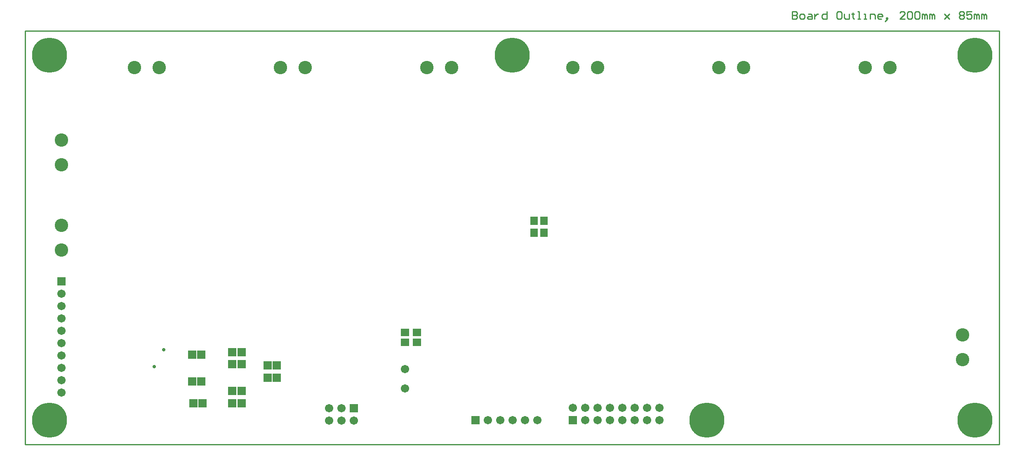
<source format=gbs>
%FSLAX44Y44*%
%MOMM*%
G71*
G01*
G75*
G04 Layer_Color=16711935*
%ADD10R,1.6000X1.5000*%
%ADD11R,1.5000X1.4000*%
%ADD12R,1.4000X1.5000*%
%ADD13R,0.6500X1.1000*%
%ADD14R,1.5000X1.6000*%
%ADD15R,1.1000X0.6500*%
%ADD16R,0.9500X3.2000*%
%ADD17R,10.5000X8.3000*%
%ADD18R,1.8000X3.5000*%
%ADD19R,1.9000X1.5000*%
%ADD20O,0.4000X2.2500*%
%ADD21R,0.9000X0.6500*%
%ADD22O,1.7000X0.3500*%
%ADD23O,0.5500X1.7500*%
%ADD24O,1.7500X0.5500*%
%ADD25R,2.5000X3.8500*%
%ADD26R,1.5000X2.8000*%
%ADD27R,1.0000X3.0500*%
%ADD28R,5.5500X6.5000*%
%ADD29R,2.1000X5.6000*%
%ADD30R,2.1000X1.4000*%
%ADD31C,0.2000*%
%ADD32C,1.5000*%
%ADD33C,0.8000*%
%ADD34C,1.2000*%
%ADD35C,0.7500*%
%ADD36C,1.0000*%
%ADD37C,0.2540*%
%ADD38R,1.5000X1.5000*%
%ADD39C,1.5000*%
%ADD40R,1.5000X1.5000*%
%ADD41C,1.0000*%
%ADD42C,7.0000*%
%ADD43C,2.5400*%
%ADD44C,0.5000*%
%ADD45C,0.9000*%
%ADD46C,1.0160*%
%ADD47C,1.9160*%
G04:AMPARAMS|DCode=48|XSize=2.424mm|YSize=2.424mm|CornerRadius=0mm|HoleSize=0mm|Usage=FLASHONLY|Rotation=0.000|XOffset=0mm|YOffset=0mm|HoleType=Round|Shape=Relief|Width=0.254mm|Gap=0.254mm|Entries=4|*
%AMTHD48*
7,0,0,2.4240,1.9160,0.2540,45*
%
%ADD48THD48*%
%ADD49C,1.3160*%
%ADD50C,4.5160*%
%ADD51C,2.5160*%
G04:AMPARAMS|DCode=52|XSize=3.024mm|YSize=3.024mm|CornerRadius=0mm|HoleSize=0mm|Usage=FLASHONLY|Rotation=0.000|XOffset=0mm|YOffset=0mm|HoleType=Round|Shape=Relief|Width=0.254mm|Gap=0.254mm|Entries=4|*
%AMTHD52*
7,0,0,3.0240,2.5160,0.2540,45*
%
%ADD52THD52*%
%ADD53C,1.2160*%
%ADD54C,1.5160*%
%ADD55C,0.2500*%
%ADD56C,0.6000*%
%ADD57C,0.3810*%
%ADD58C,0.2032*%
%ADD59R,1.8032X1.7032*%
%ADD60R,1.7032X1.6032*%
%ADD61R,1.6032X1.7032*%
%ADD62R,0.8532X1.3032*%
%ADD63R,1.7032X1.8032*%
%ADD64R,1.3032X0.8532*%
%ADD65R,1.1532X3.4032*%
%ADD66R,10.7032X8.5032*%
%ADD67R,2.0032X3.7032*%
%ADD68R,2.1032X1.7032*%
%ADD69O,0.6032X2.4532*%
%ADD70R,1.1032X0.8532*%
%ADD71O,1.9032X0.5532*%
%ADD72O,0.7532X1.9532*%
%ADD73O,1.9532X0.7532*%
%ADD74R,2.7032X4.0532*%
%ADD75R,1.7032X3.0032*%
%ADD76R,1.2032X3.2532*%
%ADD77R,5.7532X6.7032*%
%ADD78R,2.3032X5.8032*%
%ADD79R,2.3032X1.6032*%
%ADD80R,1.7032X1.7032*%
%ADD81C,1.7032*%
%ADD82R,1.7032X1.7032*%
%ADD83C,1.2032*%
%ADD84C,7.2032*%
%ADD85C,2.7432*%
%ADD86C,0.7032*%
D37*
X1450000Y1825000D02*
Y2675000D01*
Y1825000D02*
X3450000D01*
Y2675000D01*
X1450000D02*
X3450000D01*
X3025000Y2715235D02*
Y2700000D01*
X3032617D01*
X3035157Y2702539D01*
Y2705078D01*
X3032617Y2707617D01*
X3025000D01*
X3032617D01*
X3035157Y2710157D01*
Y2712696D01*
X3032617Y2715235D01*
X3025000D01*
X3042774Y2700000D02*
X3047852D01*
X3050392Y2702539D01*
Y2707617D01*
X3047852Y2710157D01*
X3042774D01*
X3040235Y2707617D01*
Y2702539D01*
X3042774Y2700000D01*
X3058009Y2710157D02*
X3063088D01*
X3065627Y2707617D01*
Y2700000D01*
X3058009D01*
X3055470Y2702539D01*
X3058009Y2705078D01*
X3065627D01*
X3070705Y2710157D02*
Y2700000D01*
Y2705078D01*
X3073244Y2707617D01*
X3075784Y2710157D01*
X3078323D01*
X3096097Y2715235D02*
Y2700000D01*
X3088480D01*
X3085940Y2702539D01*
Y2707617D01*
X3088480Y2710157D01*
X3096097D01*
X3124028Y2715235D02*
X3118950D01*
X3116411Y2712696D01*
Y2702539D01*
X3118950Y2700000D01*
X3124028D01*
X3126567Y2702539D01*
Y2712696D01*
X3124028Y2715235D01*
X3131646Y2710157D02*
Y2702539D01*
X3134185Y2700000D01*
X3141802D01*
Y2710157D01*
X3149420Y2712696D02*
Y2710157D01*
X3146880D01*
X3151959D01*
X3149420D01*
Y2702539D01*
X3151959Y2700000D01*
X3159576D02*
X3164655D01*
X3162115D01*
Y2715235D01*
X3159576D01*
X3172272Y2700000D02*
X3177351D01*
X3174811D01*
Y2710157D01*
X3172272D01*
X3184968Y2700000D02*
Y2710157D01*
X3192586D01*
X3195125Y2707617D01*
Y2700000D01*
X3207821D02*
X3202743D01*
X3200203Y2702539D01*
Y2707617D01*
X3202743Y2710157D01*
X3207821D01*
X3210360Y2707617D01*
Y2705078D01*
X3200203D01*
X3217978Y2697461D02*
X3220517Y2700000D01*
Y2702539D01*
X3217978D01*
Y2700000D01*
X3220517D01*
X3217978Y2697461D01*
X3215439Y2694922D01*
X3256065Y2700000D02*
X3245909D01*
X3256065Y2710157D01*
Y2712696D01*
X3253526Y2715235D01*
X3248448D01*
X3245909Y2712696D01*
X3261143D02*
X3263683Y2715235D01*
X3268761D01*
X3271300Y2712696D01*
Y2702539D01*
X3268761Y2700000D01*
X3263683D01*
X3261143Y2702539D01*
Y2712696D01*
X3276379D02*
X3278918Y2715235D01*
X3283996D01*
X3286535Y2712696D01*
Y2702539D01*
X3283996Y2700000D01*
X3278918D01*
X3276379Y2702539D01*
Y2712696D01*
X3291614Y2700000D02*
Y2710157D01*
X3294153D01*
X3296692Y2707617D01*
Y2700000D01*
Y2707617D01*
X3299231Y2710157D01*
X3301771Y2707617D01*
Y2700000D01*
X3306849D02*
Y2710157D01*
X3309388D01*
X3311927Y2707617D01*
Y2700000D01*
Y2707617D01*
X3314466Y2710157D01*
X3317006Y2707617D01*
Y2700000D01*
X3337319Y2710157D02*
X3347476Y2700000D01*
X3342397Y2705078D01*
X3347476Y2710157D01*
X3337319Y2700000D01*
X3367789Y2712696D02*
X3370328Y2715235D01*
X3375406D01*
X3377946Y2712696D01*
Y2710157D01*
X3375406Y2707617D01*
X3377946Y2705078D01*
Y2702539D01*
X3375406Y2700000D01*
X3370328D01*
X3367789Y2702539D01*
Y2705078D01*
X3370328Y2707617D01*
X3367789Y2710157D01*
Y2712696D01*
X3370328Y2707617D02*
X3375406D01*
X3393181Y2715235D02*
X3383024D01*
Y2707617D01*
X3388102Y2710157D01*
X3390642D01*
X3393181Y2707617D01*
Y2702539D01*
X3390642Y2700000D01*
X3385563D01*
X3383024Y2702539D01*
X3398259Y2700000D02*
Y2710157D01*
X3400798D01*
X3403338Y2707617D01*
Y2700000D01*
Y2707617D01*
X3405877Y2710157D01*
X3408416Y2707617D01*
Y2700000D01*
X3413494D02*
Y2710157D01*
X3416034D01*
X3418573Y2707617D01*
Y2700000D01*
Y2707617D01*
X3421112Y2710157D01*
X3423651Y2707617D01*
Y2700000D01*
D60*
X2230000Y2035000D02*
D03*
Y2055000D02*
D03*
X2255000Y2035000D02*
D03*
Y2055000D02*
D03*
D61*
X2495000Y2285000D02*
D03*
X2515000D02*
D03*
Y2260000D02*
D03*
X2495000D02*
D03*
D63*
X1812000Y2010000D02*
D03*
X1793000D02*
D03*
X1875500Y1990000D02*
D03*
X1894500D02*
D03*
X1875500Y2015000D02*
D03*
X1894500D02*
D03*
X1967000Y1962500D02*
D03*
X1948000D02*
D03*
X1948000Y1987500D02*
D03*
X1967000D02*
D03*
X1812000Y1955000D02*
D03*
X1793000D02*
D03*
X1814500Y1910000D02*
D03*
X1795500D02*
D03*
X1894500D02*
D03*
X1875500D02*
D03*
X1875500Y1935000D02*
D03*
X1894500D02*
D03*
D80*
X2125000Y1900000D02*
D03*
X2375000Y1875000D02*
D03*
X2575000D02*
D03*
D81*
X2125000Y1874600D02*
D03*
X2099600Y1900000D02*
D03*
Y1874600D02*
D03*
X2074200Y1900000D02*
D03*
Y1874600D02*
D03*
X1525000Y2109200D02*
D03*
Y1931400D02*
D03*
Y1956800D02*
D03*
Y1982200D02*
D03*
Y2007600D02*
D03*
Y2033000D02*
D03*
Y2058400D02*
D03*
Y2083800D02*
D03*
Y2134600D02*
D03*
X2400400Y1875000D02*
D03*
X2425800D02*
D03*
X2451200D02*
D03*
X2476600D02*
D03*
X2502000D02*
D03*
X2575000Y1900400D02*
D03*
X2600400Y1875000D02*
D03*
Y1900400D02*
D03*
X2625800Y1875000D02*
D03*
Y1900400D02*
D03*
X2651200Y1875000D02*
D03*
Y1900400D02*
D03*
X2676600Y1875000D02*
D03*
Y1900400D02*
D03*
X2702000Y1875000D02*
D03*
Y1900400D02*
D03*
X2727400Y1875000D02*
D03*
Y1900400D02*
D03*
X2752800Y1875000D02*
D03*
Y1900400D02*
D03*
X2230000Y1980000D02*
D03*
Y1940000D02*
D03*
D82*
X1525000Y2160000D02*
D03*
D83*
X2863120Y1897730D02*
D03*
X2872733Y1888125D02*
D03*
X2863120Y1852270D02*
D03*
X2872730Y1861880D02*
D03*
X2836880Y1852270D02*
D03*
X2827270Y1861880D02*
D03*
X2836875Y1897733D02*
D03*
X2827270Y1888120D02*
D03*
X2850000Y1848750D02*
D03*
X2876250Y1875000D02*
D03*
X2850000Y1901250D02*
D03*
X2823750Y1875000D02*
D03*
X3413120Y1897730D02*
D03*
X3422733Y1888125D02*
D03*
X3413120Y1852270D02*
D03*
X3422730Y1861880D02*
D03*
X3386880Y1852270D02*
D03*
X3377270Y1861880D02*
D03*
X3386875Y1897733D02*
D03*
X3377270Y1888120D02*
D03*
X3400000Y1848750D02*
D03*
X3426250Y1875000D02*
D03*
X3400000Y1901250D02*
D03*
X3373750Y1875000D02*
D03*
X3413120Y2647730D02*
D03*
X3422733Y2638125D02*
D03*
X3413120Y2602270D02*
D03*
X3422730Y2611880D02*
D03*
X3386880Y2602270D02*
D03*
X3377270Y2611880D02*
D03*
X3386875Y2647733D02*
D03*
X3377270Y2638120D02*
D03*
X3400000Y2598750D02*
D03*
X3426250Y2625000D02*
D03*
X3400000Y2651250D02*
D03*
X3373750Y2625000D02*
D03*
X2463120Y2647730D02*
D03*
X2472733Y2638125D02*
D03*
X2463120Y2602270D02*
D03*
X2472730Y2611880D02*
D03*
X2436880Y2602270D02*
D03*
X2427270Y2611880D02*
D03*
X2436875Y2647733D02*
D03*
X2427270Y2638120D02*
D03*
X2450000Y2598750D02*
D03*
X2476250Y2625000D02*
D03*
X2450000Y2651250D02*
D03*
X2423750Y2625000D02*
D03*
X1513120Y2647730D02*
D03*
X1522733Y2638125D02*
D03*
X1513120Y2602270D02*
D03*
X1522730Y2611880D02*
D03*
X1486880Y2602270D02*
D03*
X1477270Y2611880D02*
D03*
X1486875Y2647733D02*
D03*
X1477270Y2638120D02*
D03*
X1500000Y2598750D02*
D03*
X1526250Y2625000D02*
D03*
X1500000Y2651250D02*
D03*
X1473750Y2625000D02*
D03*
X1513120Y1897730D02*
D03*
X1522733Y1888125D02*
D03*
X1513120Y1852270D02*
D03*
X1522730Y1861880D02*
D03*
X1486880Y1852270D02*
D03*
X1477270Y1861880D02*
D03*
X1486875Y1897733D02*
D03*
X1477270Y1888120D02*
D03*
X1500000Y1848750D02*
D03*
X1526250Y1875000D02*
D03*
X1500000Y1901250D02*
D03*
X1473750Y1875000D02*
D03*
D84*
X2850000D02*
D03*
X3400000D02*
D03*
Y2625000D02*
D03*
X2450000D02*
D03*
X1500000D02*
D03*
Y1875000D02*
D03*
D85*
X1525000Y2275400D02*
D03*
Y2224600D02*
D03*
Y2450400D02*
D03*
Y2399600D02*
D03*
X1674600Y2600000D02*
D03*
X1725400D02*
D03*
X3174600D02*
D03*
X3225400D02*
D03*
X2874600D02*
D03*
X2925400D02*
D03*
X2574600D02*
D03*
X2625400D02*
D03*
X2274600D02*
D03*
X2325400D02*
D03*
X1974600D02*
D03*
X2025400D02*
D03*
X3375000Y1999600D02*
D03*
Y2050400D02*
D03*
D86*
X1735000Y2020000D02*
D03*
X1715000Y1985000D02*
D03*
M02*

</source>
